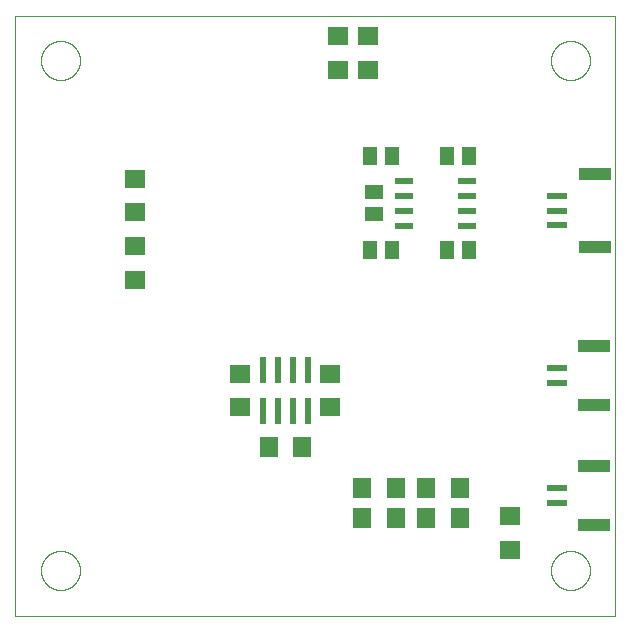
<source format=gtp>
G75*
%MOIN*%
%OFA0B0*%
%FSLAX25Y25*%
%IPPOS*%
%LPD*%
%AMOC8*
5,1,8,0,0,1.08239X$1,22.5*
%
%ADD10C,0.00300*%
%ADD11R,0.01969X0.08661*%
%ADD12R,0.07098X0.06299*%
%ADD13R,0.06299X0.07098*%
%ADD14R,0.06299X0.07087*%
%ADD15R,0.07087X0.06299*%
%ADD16C,0.00000*%
%ADD17R,0.05118X0.05906*%
%ADD18R,0.06000X0.02400*%
%ADD19R,0.05906X0.05118*%
%ADD20R,0.06693X0.02362*%
%ADD21R,0.10630X0.03937*%
D10*
X0270000Y0430000D02*
X0270000Y0630000D01*
X0470000Y0630000D01*
X0470000Y0430000D01*
X0270000Y0430000D01*
D11*
X0352618Y0498307D03*
X0357539Y0498307D03*
X0362461Y0498307D03*
X0367382Y0498307D03*
X0367382Y0511693D03*
X0362461Y0511693D03*
X0357539Y0511693D03*
X0352618Y0511693D03*
D12*
X0310000Y0541902D03*
X0310000Y0553098D03*
X0310000Y0564402D03*
X0310000Y0575598D03*
X0377500Y0611902D03*
X0387500Y0611902D03*
X0387500Y0623098D03*
X0377500Y0623098D03*
X0435000Y0463098D03*
X0435000Y0451902D03*
D13*
X0418098Y0462500D03*
X0418098Y0472500D03*
X0406902Y0472500D03*
X0406902Y0462500D03*
X0396848Y0462500D03*
X0396848Y0472500D03*
X0385652Y0472500D03*
X0385652Y0462500D03*
D14*
X0365512Y0486250D03*
X0354488Y0486250D03*
D15*
X0345000Y0499488D03*
X0345000Y0510512D03*
X0375000Y0510512D03*
X0375000Y0499488D03*
D16*
X0448500Y0445000D02*
X0448502Y0445161D01*
X0448508Y0445321D01*
X0448518Y0445482D01*
X0448532Y0445642D01*
X0448550Y0445802D01*
X0448571Y0445961D01*
X0448597Y0446120D01*
X0448627Y0446278D01*
X0448660Y0446435D01*
X0448698Y0446592D01*
X0448739Y0446747D01*
X0448784Y0446901D01*
X0448833Y0447054D01*
X0448886Y0447206D01*
X0448942Y0447357D01*
X0449003Y0447506D01*
X0449066Y0447654D01*
X0449134Y0447800D01*
X0449205Y0447944D01*
X0449279Y0448086D01*
X0449357Y0448227D01*
X0449439Y0448365D01*
X0449524Y0448502D01*
X0449612Y0448636D01*
X0449704Y0448768D01*
X0449799Y0448898D01*
X0449897Y0449026D01*
X0449998Y0449151D01*
X0450102Y0449273D01*
X0450209Y0449393D01*
X0450319Y0449510D01*
X0450432Y0449625D01*
X0450548Y0449736D01*
X0450667Y0449845D01*
X0450788Y0449950D01*
X0450912Y0450053D01*
X0451038Y0450153D01*
X0451166Y0450249D01*
X0451297Y0450342D01*
X0451431Y0450432D01*
X0451566Y0450519D01*
X0451704Y0450602D01*
X0451843Y0450682D01*
X0451985Y0450758D01*
X0452128Y0450831D01*
X0452273Y0450900D01*
X0452420Y0450966D01*
X0452568Y0451028D01*
X0452718Y0451086D01*
X0452869Y0451141D01*
X0453022Y0451192D01*
X0453176Y0451239D01*
X0453331Y0451282D01*
X0453487Y0451321D01*
X0453643Y0451357D01*
X0453801Y0451388D01*
X0453959Y0451416D01*
X0454118Y0451440D01*
X0454278Y0451460D01*
X0454438Y0451476D01*
X0454598Y0451488D01*
X0454759Y0451496D01*
X0454920Y0451500D01*
X0455080Y0451500D01*
X0455241Y0451496D01*
X0455402Y0451488D01*
X0455562Y0451476D01*
X0455722Y0451460D01*
X0455882Y0451440D01*
X0456041Y0451416D01*
X0456199Y0451388D01*
X0456357Y0451357D01*
X0456513Y0451321D01*
X0456669Y0451282D01*
X0456824Y0451239D01*
X0456978Y0451192D01*
X0457131Y0451141D01*
X0457282Y0451086D01*
X0457432Y0451028D01*
X0457580Y0450966D01*
X0457727Y0450900D01*
X0457872Y0450831D01*
X0458015Y0450758D01*
X0458157Y0450682D01*
X0458296Y0450602D01*
X0458434Y0450519D01*
X0458569Y0450432D01*
X0458703Y0450342D01*
X0458834Y0450249D01*
X0458962Y0450153D01*
X0459088Y0450053D01*
X0459212Y0449950D01*
X0459333Y0449845D01*
X0459452Y0449736D01*
X0459568Y0449625D01*
X0459681Y0449510D01*
X0459791Y0449393D01*
X0459898Y0449273D01*
X0460002Y0449151D01*
X0460103Y0449026D01*
X0460201Y0448898D01*
X0460296Y0448768D01*
X0460388Y0448636D01*
X0460476Y0448502D01*
X0460561Y0448365D01*
X0460643Y0448227D01*
X0460721Y0448086D01*
X0460795Y0447944D01*
X0460866Y0447800D01*
X0460934Y0447654D01*
X0460997Y0447506D01*
X0461058Y0447357D01*
X0461114Y0447206D01*
X0461167Y0447054D01*
X0461216Y0446901D01*
X0461261Y0446747D01*
X0461302Y0446592D01*
X0461340Y0446435D01*
X0461373Y0446278D01*
X0461403Y0446120D01*
X0461429Y0445961D01*
X0461450Y0445802D01*
X0461468Y0445642D01*
X0461482Y0445482D01*
X0461492Y0445321D01*
X0461498Y0445161D01*
X0461500Y0445000D01*
X0461498Y0444839D01*
X0461492Y0444679D01*
X0461482Y0444518D01*
X0461468Y0444358D01*
X0461450Y0444198D01*
X0461429Y0444039D01*
X0461403Y0443880D01*
X0461373Y0443722D01*
X0461340Y0443565D01*
X0461302Y0443408D01*
X0461261Y0443253D01*
X0461216Y0443099D01*
X0461167Y0442946D01*
X0461114Y0442794D01*
X0461058Y0442643D01*
X0460997Y0442494D01*
X0460934Y0442346D01*
X0460866Y0442200D01*
X0460795Y0442056D01*
X0460721Y0441914D01*
X0460643Y0441773D01*
X0460561Y0441635D01*
X0460476Y0441498D01*
X0460388Y0441364D01*
X0460296Y0441232D01*
X0460201Y0441102D01*
X0460103Y0440974D01*
X0460002Y0440849D01*
X0459898Y0440727D01*
X0459791Y0440607D01*
X0459681Y0440490D01*
X0459568Y0440375D01*
X0459452Y0440264D01*
X0459333Y0440155D01*
X0459212Y0440050D01*
X0459088Y0439947D01*
X0458962Y0439847D01*
X0458834Y0439751D01*
X0458703Y0439658D01*
X0458569Y0439568D01*
X0458434Y0439481D01*
X0458296Y0439398D01*
X0458157Y0439318D01*
X0458015Y0439242D01*
X0457872Y0439169D01*
X0457727Y0439100D01*
X0457580Y0439034D01*
X0457432Y0438972D01*
X0457282Y0438914D01*
X0457131Y0438859D01*
X0456978Y0438808D01*
X0456824Y0438761D01*
X0456669Y0438718D01*
X0456513Y0438679D01*
X0456357Y0438643D01*
X0456199Y0438612D01*
X0456041Y0438584D01*
X0455882Y0438560D01*
X0455722Y0438540D01*
X0455562Y0438524D01*
X0455402Y0438512D01*
X0455241Y0438504D01*
X0455080Y0438500D01*
X0454920Y0438500D01*
X0454759Y0438504D01*
X0454598Y0438512D01*
X0454438Y0438524D01*
X0454278Y0438540D01*
X0454118Y0438560D01*
X0453959Y0438584D01*
X0453801Y0438612D01*
X0453643Y0438643D01*
X0453487Y0438679D01*
X0453331Y0438718D01*
X0453176Y0438761D01*
X0453022Y0438808D01*
X0452869Y0438859D01*
X0452718Y0438914D01*
X0452568Y0438972D01*
X0452420Y0439034D01*
X0452273Y0439100D01*
X0452128Y0439169D01*
X0451985Y0439242D01*
X0451843Y0439318D01*
X0451704Y0439398D01*
X0451566Y0439481D01*
X0451431Y0439568D01*
X0451297Y0439658D01*
X0451166Y0439751D01*
X0451038Y0439847D01*
X0450912Y0439947D01*
X0450788Y0440050D01*
X0450667Y0440155D01*
X0450548Y0440264D01*
X0450432Y0440375D01*
X0450319Y0440490D01*
X0450209Y0440607D01*
X0450102Y0440727D01*
X0449998Y0440849D01*
X0449897Y0440974D01*
X0449799Y0441102D01*
X0449704Y0441232D01*
X0449612Y0441364D01*
X0449524Y0441498D01*
X0449439Y0441635D01*
X0449357Y0441773D01*
X0449279Y0441914D01*
X0449205Y0442056D01*
X0449134Y0442200D01*
X0449066Y0442346D01*
X0449003Y0442494D01*
X0448942Y0442643D01*
X0448886Y0442794D01*
X0448833Y0442946D01*
X0448784Y0443099D01*
X0448739Y0443253D01*
X0448698Y0443408D01*
X0448660Y0443565D01*
X0448627Y0443722D01*
X0448597Y0443880D01*
X0448571Y0444039D01*
X0448550Y0444198D01*
X0448532Y0444358D01*
X0448518Y0444518D01*
X0448508Y0444679D01*
X0448502Y0444839D01*
X0448500Y0445000D01*
X0448500Y0615000D02*
X0448502Y0615161D01*
X0448508Y0615321D01*
X0448518Y0615482D01*
X0448532Y0615642D01*
X0448550Y0615802D01*
X0448571Y0615961D01*
X0448597Y0616120D01*
X0448627Y0616278D01*
X0448660Y0616435D01*
X0448698Y0616592D01*
X0448739Y0616747D01*
X0448784Y0616901D01*
X0448833Y0617054D01*
X0448886Y0617206D01*
X0448942Y0617357D01*
X0449003Y0617506D01*
X0449066Y0617654D01*
X0449134Y0617800D01*
X0449205Y0617944D01*
X0449279Y0618086D01*
X0449357Y0618227D01*
X0449439Y0618365D01*
X0449524Y0618502D01*
X0449612Y0618636D01*
X0449704Y0618768D01*
X0449799Y0618898D01*
X0449897Y0619026D01*
X0449998Y0619151D01*
X0450102Y0619273D01*
X0450209Y0619393D01*
X0450319Y0619510D01*
X0450432Y0619625D01*
X0450548Y0619736D01*
X0450667Y0619845D01*
X0450788Y0619950D01*
X0450912Y0620053D01*
X0451038Y0620153D01*
X0451166Y0620249D01*
X0451297Y0620342D01*
X0451431Y0620432D01*
X0451566Y0620519D01*
X0451704Y0620602D01*
X0451843Y0620682D01*
X0451985Y0620758D01*
X0452128Y0620831D01*
X0452273Y0620900D01*
X0452420Y0620966D01*
X0452568Y0621028D01*
X0452718Y0621086D01*
X0452869Y0621141D01*
X0453022Y0621192D01*
X0453176Y0621239D01*
X0453331Y0621282D01*
X0453487Y0621321D01*
X0453643Y0621357D01*
X0453801Y0621388D01*
X0453959Y0621416D01*
X0454118Y0621440D01*
X0454278Y0621460D01*
X0454438Y0621476D01*
X0454598Y0621488D01*
X0454759Y0621496D01*
X0454920Y0621500D01*
X0455080Y0621500D01*
X0455241Y0621496D01*
X0455402Y0621488D01*
X0455562Y0621476D01*
X0455722Y0621460D01*
X0455882Y0621440D01*
X0456041Y0621416D01*
X0456199Y0621388D01*
X0456357Y0621357D01*
X0456513Y0621321D01*
X0456669Y0621282D01*
X0456824Y0621239D01*
X0456978Y0621192D01*
X0457131Y0621141D01*
X0457282Y0621086D01*
X0457432Y0621028D01*
X0457580Y0620966D01*
X0457727Y0620900D01*
X0457872Y0620831D01*
X0458015Y0620758D01*
X0458157Y0620682D01*
X0458296Y0620602D01*
X0458434Y0620519D01*
X0458569Y0620432D01*
X0458703Y0620342D01*
X0458834Y0620249D01*
X0458962Y0620153D01*
X0459088Y0620053D01*
X0459212Y0619950D01*
X0459333Y0619845D01*
X0459452Y0619736D01*
X0459568Y0619625D01*
X0459681Y0619510D01*
X0459791Y0619393D01*
X0459898Y0619273D01*
X0460002Y0619151D01*
X0460103Y0619026D01*
X0460201Y0618898D01*
X0460296Y0618768D01*
X0460388Y0618636D01*
X0460476Y0618502D01*
X0460561Y0618365D01*
X0460643Y0618227D01*
X0460721Y0618086D01*
X0460795Y0617944D01*
X0460866Y0617800D01*
X0460934Y0617654D01*
X0460997Y0617506D01*
X0461058Y0617357D01*
X0461114Y0617206D01*
X0461167Y0617054D01*
X0461216Y0616901D01*
X0461261Y0616747D01*
X0461302Y0616592D01*
X0461340Y0616435D01*
X0461373Y0616278D01*
X0461403Y0616120D01*
X0461429Y0615961D01*
X0461450Y0615802D01*
X0461468Y0615642D01*
X0461482Y0615482D01*
X0461492Y0615321D01*
X0461498Y0615161D01*
X0461500Y0615000D01*
X0461498Y0614839D01*
X0461492Y0614679D01*
X0461482Y0614518D01*
X0461468Y0614358D01*
X0461450Y0614198D01*
X0461429Y0614039D01*
X0461403Y0613880D01*
X0461373Y0613722D01*
X0461340Y0613565D01*
X0461302Y0613408D01*
X0461261Y0613253D01*
X0461216Y0613099D01*
X0461167Y0612946D01*
X0461114Y0612794D01*
X0461058Y0612643D01*
X0460997Y0612494D01*
X0460934Y0612346D01*
X0460866Y0612200D01*
X0460795Y0612056D01*
X0460721Y0611914D01*
X0460643Y0611773D01*
X0460561Y0611635D01*
X0460476Y0611498D01*
X0460388Y0611364D01*
X0460296Y0611232D01*
X0460201Y0611102D01*
X0460103Y0610974D01*
X0460002Y0610849D01*
X0459898Y0610727D01*
X0459791Y0610607D01*
X0459681Y0610490D01*
X0459568Y0610375D01*
X0459452Y0610264D01*
X0459333Y0610155D01*
X0459212Y0610050D01*
X0459088Y0609947D01*
X0458962Y0609847D01*
X0458834Y0609751D01*
X0458703Y0609658D01*
X0458569Y0609568D01*
X0458434Y0609481D01*
X0458296Y0609398D01*
X0458157Y0609318D01*
X0458015Y0609242D01*
X0457872Y0609169D01*
X0457727Y0609100D01*
X0457580Y0609034D01*
X0457432Y0608972D01*
X0457282Y0608914D01*
X0457131Y0608859D01*
X0456978Y0608808D01*
X0456824Y0608761D01*
X0456669Y0608718D01*
X0456513Y0608679D01*
X0456357Y0608643D01*
X0456199Y0608612D01*
X0456041Y0608584D01*
X0455882Y0608560D01*
X0455722Y0608540D01*
X0455562Y0608524D01*
X0455402Y0608512D01*
X0455241Y0608504D01*
X0455080Y0608500D01*
X0454920Y0608500D01*
X0454759Y0608504D01*
X0454598Y0608512D01*
X0454438Y0608524D01*
X0454278Y0608540D01*
X0454118Y0608560D01*
X0453959Y0608584D01*
X0453801Y0608612D01*
X0453643Y0608643D01*
X0453487Y0608679D01*
X0453331Y0608718D01*
X0453176Y0608761D01*
X0453022Y0608808D01*
X0452869Y0608859D01*
X0452718Y0608914D01*
X0452568Y0608972D01*
X0452420Y0609034D01*
X0452273Y0609100D01*
X0452128Y0609169D01*
X0451985Y0609242D01*
X0451843Y0609318D01*
X0451704Y0609398D01*
X0451566Y0609481D01*
X0451431Y0609568D01*
X0451297Y0609658D01*
X0451166Y0609751D01*
X0451038Y0609847D01*
X0450912Y0609947D01*
X0450788Y0610050D01*
X0450667Y0610155D01*
X0450548Y0610264D01*
X0450432Y0610375D01*
X0450319Y0610490D01*
X0450209Y0610607D01*
X0450102Y0610727D01*
X0449998Y0610849D01*
X0449897Y0610974D01*
X0449799Y0611102D01*
X0449704Y0611232D01*
X0449612Y0611364D01*
X0449524Y0611498D01*
X0449439Y0611635D01*
X0449357Y0611773D01*
X0449279Y0611914D01*
X0449205Y0612056D01*
X0449134Y0612200D01*
X0449066Y0612346D01*
X0449003Y0612494D01*
X0448942Y0612643D01*
X0448886Y0612794D01*
X0448833Y0612946D01*
X0448784Y0613099D01*
X0448739Y0613253D01*
X0448698Y0613408D01*
X0448660Y0613565D01*
X0448627Y0613722D01*
X0448597Y0613880D01*
X0448571Y0614039D01*
X0448550Y0614198D01*
X0448532Y0614358D01*
X0448518Y0614518D01*
X0448508Y0614679D01*
X0448502Y0614839D01*
X0448500Y0615000D01*
X0278500Y0615000D02*
X0278502Y0615161D01*
X0278508Y0615321D01*
X0278518Y0615482D01*
X0278532Y0615642D01*
X0278550Y0615802D01*
X0278571Y0615961D01*
X0278597Y0616120D01*
X0278627Y0616278D01*
X0278660Y0616435D01*
X0278698Y0616592D01*
X0278739Y0616747D01*
X0278784Y0616901D01*
X0278833Y0617054D01*
X0278886Y0617206D01*
X0278942Y0617357D01*
X0279003Y0617506D01*
X0279066Y0617654D01*
X0279134Y0617800D01*
X0279205Y0617944D01*
X0279279Y0618086D01*
X0279357Y0618227D01*
X0279439Y0618365D01*
X0279524Y0618502D01*
X0279612Y0618636D01*
X0279704Y0618768D01*
X0279799Y0618898D01*
X0279897Y0619026D01*
X0279998Y0619151D01*
X0280102Y0619273D01*
X0280209Y0619393D01*
X0280319Y0619510D01*
X0280432Y0619625D01*
X0280548Y0619736D01*
X0280667Y0619845D01*
X0280788Y0619950D01*
X0280912Y0620053D01*
X0281038Y0620153D01*
X0281166Y0620249D01*
X0281297Y0620342D01*
X0281431Y0620432D01*
X0281566Y0620519D01*
X0281704Y0620602D01*
X0281843Y0620682D01*
X0281985Y0620758D01*
X0282128Y0620831D01*
X0282273Y0620900D01*
X0282420Y0620966D01*
X0282568Y0621028D01*
X0282718Y0621086D01*
X0282869Y0621141D01*
X0283022Y0621192D01*
X0283176Y0621239D01*
X0283331Y0621282D01*
X0283487Y0621321D01*
X0283643Y0621357D01*
X0283801Y0621388D01*
X0283959Y0621416D01*
X0284118Y0621440D01*
X0284278Y0621460D01*
X0284438Y0621476D01*
X0284598Y0621488D01*
X0284759Y0621496D01*
X0284920Y0621500D01*
X0285080Y0621500D01*
X0285241Y0621496D01*
X0285402Y0621488D01*
X0285562Y0621476D01*
X0285722Y0621460D01*
X0285882Y0621440D01*
X0286041Y0621416D01*
X0286199Y0621388D01*
X0286357Y0621357D01*
X0286513Y0621321D01*
X0286669Y0621282D01*
X0286824Y0621239D01*
X0286978Y0621192D01*
X0287131Y0621141D01*
X0287282Y0621086D01*
X0287432Y0621028D01*
X0287580Y0620966D01*
X0287727Y0620900D01*
X0287872Y0620831D01*
X0288015Y0620758D01*
X0288157Y0620682D01*
X0288296Y0620602D01*
X0288434Y0620519D01*
X0288569Y0620432D01*
X0288703Y0620342D01*
X0288834Y0620249D01*
X0288962Y0620153D01*
X0289088Y0620053D01*
X0289212Y0619950D01*
X0289333Y0619845D01*
X0289452Y0619736D01*
X0289568Y0619625D01*
X0289681Y0619510D01*
X0289791Y0619393D01*
X0289898Y0619273D01*
X0290002Y0619151D01*
X0290103Y0619026D01*
X0290201Y0618898D01*
X0290296Y0618768D01*
X0290388Y0618636D01*
X0290476Y0618502D01*
X0290561Y0618365D01*
X0290643Y0618227D01*
X0290721Y0618086D01*
X0290795Y0617944D01*
X0290866Y0617800D01*
X0290934Y0617654D01*
X0290997Y0617506D01*
X0291058Y0617357D01*
X0291114Y0617206D01*
X0291167Y0617054D01*
X0291216Y0616901D01*
X0291261Y0616747D01*
X0291302Y0616592D01*
X0291340Y0616435D01*
X0291373Y0616278D01*
X0291403Y0616120D01*
X0291429Y0615961D01*
X0291450Y0615802D01*
X0291468Y0615642D01*
X0291482Y0615482D01*
X0291492Y0615321D01*
X0291498Y0615161D01*
X0291500Y0615000D01*
X0291498Y0614839D01*
X0291492Y0614679D01*
X0291482Y0614518D01*
X0291468Y0614358D01*
X0291450Y0614198D01*
X0291429Y0614039D01*
X0291403Y0613880D01*
X0291373Y0613722D01*
X0291340Y0613565D01*
X0291302Y0613408D01*
X0291261Y0613253D01*
X0291216Y0613099D01*
X0291167Y0612946D01*
X0291114Y0612794D01*
X0291058Y0612643D01*
X0290997Y0612494D01*
X0290934Y0612346D01*
X0290866Y0612200D01*
X0290795Y0612056D01*
X0290721Y0611914D01*
X0290643Y0611773D01*
X0290561Y0611635D01*
X0290476Y0611498D01*
X0290388Y0611364D01*
X0290296Y0611232D01*
X0290201Y0611102D01*
X0290103Y0610974D01*
X0290002Y0610849D01*
X0289898Y0610727D01*
X0289791Y0610607D01*
X0289681Y0610490D01*
X0289568Y0610375D01*
X0289452Y0610264D01*
X0289333Y0610155D01*
X0289212Y0610050D01*
X0289088Y0609947D01*
X0288962Y0609847D01*
X0288834Y0609751D01*
X0288703Y0609658D01*
X0288569Y0609568D01*
X0288434Y0609481D01*
X0288296Y0609398D01*
X0288157Y0609318D01*
X0288015Y0609242D01*
X0287872Y0609169D01*
X0287727Y0609100D01*
X0287580Y0609034D01*
X0287432Y0608972D01*
X0287282Y0608914D01*
X0287131Y0608859D01*
X0286978Y0608808D01*
X0286824Y0608761D01*
X0286669Y0608718D01*
X0286513Y0608679D01*
X0286357Y0608643D01*
X0286199Y0608612D01*
X0286041Y0608584D01*
X0285882Y0608560D01*
X0285722Y0608540D01*
X0285562Y0608524D01*
X0285402Y0608512D01*
X0285241Y0608504D01*
X0285080Y0608500D01*
X0284920Y0608500D01*
X0284759Y0608504D01*
X0284598Y0608512D01*
X0284438Y0608524D01*
X0284278Y0608540D01*
X0284118Y0608560D01*
X0283959Y0608584D01*
X0283801Y0608612D01*
X0283643Y0608643D01*
X0283487Y0608679D01*
X0283331Y0608718D01*
X0283176Y0608761D01*
X0283022Y0608808D01*
X0282869Y0608859D01*
X0282718Y0608914D01*
X0282568Y0608972D01*
X0282420Y0609034D01*
X0282273Y0609100D01*
X0282128Y0609169D01*
X0281985Y0609242D01*
X0281843Y0609318D01*
X0281704Y0609398D01*
X0281566Y0609481D01*
X0281431Y0609568D01*
X0281297Y0609658D01*
X0281166Y0609751D01*
X0281038Y0609847D01*
X0280912Y0609947D01*
X0280788Y0610050D01*
X0280667Y0610155D01*
X0280548Y0610264D01*
X0280432Y0610375D01*
X0280319Y0610490D01*
X0280209Y0610607D01*
X0280102Y0610727D01*
X0279998Y0610849D01*
X0279897Y0610974D01*
X0279799Y0611102D01*
X0279704Y0611232D01*
X0279612Y0611364D01*
X0279524Y0611498D01*
X0279439Y0611635D01*
X0279357Y0611773D01*
X0279279Y0611914D01*
X0279205Y0612056D01*
X0279134Y0612200D01*
X0279066Y0612346D01*
X0279003Y0612494D01*
X0278942Y0612643D01*
X0278886Y0612794D01*
X0278833Y0612946D01*
X0278784Y0613099D01*
X0278739Y0613253D01*
X0278698Y0613408D01*
X0278660Y0613565D01*
X0278627Y0613722D01*
X0278597Y0613880D01*
X0278571Y0614039D01*
X0278550Y0614198D01*
X0278532Y0614358D01*
X0278518Y0614518D01*
X0278508Y0614679D01*
X0278502Y0614839D01*
X0278500Y0615000D01*
X0278500Y0445000D02*
X0278502Y0445161D01*
X0278508Y0445321D01*
X0278518Y0445482D01*
X0278532Y0445642D01*
X0278550Y0445802D01*
X0278571Y0445961D01*
X0278597Y0446120D01*
X0278627Y0446278D01*
X0278660Y0446435D01*
X0278698Y0446592D01*
X0278739Y0446747D01*
X0278784Y0446901D01*
X0278833Y0447054D01*
X0278886Y0447206D01*
X0278942Y0447357D01*
X0279003Y0447506D01*
X0279066Y0447654D01*
X0279134Y0447800D01*
X0279205Y0447944D01*
X0279279Y0448086D01*
X0279357Y0448227D01*
X0279439Y0448365D01*
X0279524Y0448502D01*
X0279612Y0448636D01*
X0279704Y0448768D01*
X0279799Y0448898D01*
X0279897Y0449026D01*
X0279998Y0449151D01*
X0280102Y0449273D01*
X0280209Y0449393D01*
X0280319Y0449510D01*
X0280432Y0449625D01*
X0280548Y0449736D01*
X0280667Y0449845D01*
X0280788Y0449950D01*
X0280912Y0450053D01*
X0281038Y0450153D01*
X0281166Y0450249D01*
X0281297Y0450342D01*
X0281431Y0450432D01*
X0281566Y0450519D01*
X0281704Y0450602D01*
X0281843Y0450682D01*
X0281985Y0450758D01*
X0282128Y0450831D01*
X0282273Y0450900D01*
X0282420Y0450966D01*
X0282568Y0451028D01*
X0282718Y0451086D01*
X0282869Y0451141D01*
X0283022Y0451192D01*
X0283176Y0451239D01*
X0283331Y0451282D01*
X0283487Y0451321D01*
X0283643Y0451357D01*
X0283801Y0451388D01*
X0283959Y0451416D01*
X0284118Y0451440D01*
X0284278Y0451460D01*
X0284438Y0451476D01*
X0284598Y0451488D01*
X0284759Y0451496D01*
X0284920Y0451500D01*
X0285080Y0451500D01*
X0285241Y0451496D01*
X0285402Y0451488D01*
X0285562Y0451476D01*
X0285722Y0451460D01*
X0285882Y0451440D01*
X0286041Y0451416D01*
X0286199Y0451388D01*
X0286357Y0451357D01*
X0286513Y0451321D01*
X0286669Y0451282D01*
X0286824Y0451239D01*
X0286978Y0451192D01*
X0287131Y0451141D01*
X0287282Y0451086D01*
X0287432Y0451028D01*
X0287580Y0450966D01*
X0287727Y0450900D01*
X0287872Y0450831D01*
X0288015Y0450758D01*
X0288157Y0450682D01*
X0288296Y0450602D01*
X0288434Y0450519D01*
X0288569Y0450432D01*
X0288703Y0450342D01*
X0288834Y0450249D01*
X0288962Y0450153D01*
X0289088Y0450053D01*
X0289212Y0449950D01*
X0289333Y0449845D01*
X0289452Y0449736D01*
X0289568Y0449625D01*
X0289681Y0449510D01*
X0289791Y0449393D01*
X0289898Y0449273D01*
X0290002Y0449151D01*
X0290103Y0449026D01*
X0290201Y0448898D01*
X0290296Y0448768D01*
X0290388Y0448636D01*
X0290476Y0448502D01*
X0290561Y0448365D01*
X0290643Y0448227D01*
X0290721Y0448086D01*
X0290795Y0447944D01*
X0290866Y0447800D01*
X0290934Y0447654D01*
X0290997Y0447506D01*
X0291058Y0447357D01*
X0291114Y0447206D01*
X0291167Y0447054D01*
X0291216Y0446901D01*
X0291261Y0446747D01*
X0291302Y0446592D01*
X0291340Y0446435D01*
X0291373Y0446278D01*
X0291403Y0446120D01*
X0291429Y0445961D01*
X0291450Y0445802D01*
X0291468Y0445642D01*
X0291482Y0445482D01*
X0291492Y0445321D01*
X0291498Y0445161D01*
X0291500Y0445000D01*
X0291498Y0444839D01*
X0291492Y0444679D01*
X0291482Y0444518D01*
X0291468Y0444358D01*
X0291450Y0444198D01*
X0291429Y0444039D01*
X0291403Y0443880D01*
X0291373Y0443722D01*
X0291340Y0443565D01*
X0291302Y0443408D01*
X0291261Y0443253D01*
X0291216Y0443099D01*
X0291167Y0442946D01*
X0291114Y0442794D01*
X0291058Y0442643D01*
X0290997Y0442494D01*
X0290934Y0442346D01*
X0290866Y0442200D01*
X0290795Y0442056D01*
X0290721Y0441914D01*
X0290643Y0441773D01*
X0290561Y0441635D01*
X0290476Y0441498D01*
X0290388Y0441364D01*
X0290296Y0441232D01*
X0290201Y0441102D01*
X0290103Y0440974D01*
X0290002Y0440849D01*
X0289898Y0440727D01*
X0289791Y0440607D01*
X0289681Y0440490D01*
X0289568Y0440375D01*
X0289452Y0440264D01*
X0289333Y0440155D01*
X0289212Y0440050D01*
X0289088Y0439947D01*
X0288962Y0439847D01*
X0288834Y0439751D01*
X0288703Y0439658D01*
X0288569Y0439568D01*
X0288434Y0439481D01*
X0288296Y0439398D01*
X0288157Y0439318D01*
X0288015Y0439242D01*
X0287872Y0439169D01*
X0287727Y0439100D01*
X0287580Y0439034D01*
X0287432Y0438972D01*
X0287282Y0438914D01*
X0287131Y0438859D01*
X0286978Y0438808D01*
X0286824Y0438761D01*
X0286669Y0438718D01*
X0286513Y0438679D01*
X0286357Y0438643D01*
X0286199Y0438612D01*
X0286041Y0438584D01*
X0285882Y0438560D01*
X0285722Y0438540D01*
X0285562Y0438524D01*
X0285402Y0438512D01*
X0285241Y0438504D01*
X0285080Y0438500D01*
X0284920Y0438500D01*
X0284759Y0438504D01*
X0284598Y0438512D01*
X0284438Y0438524D01*
X0284278Y0438540D01*
X0284118Y0438560D01*
X0283959Y0438584D01*
X0283801Y0438612D01*
X0283643Y0438643D01*
X0283487Y0438679D01*
X0283331Y0438718D01*
X0283176Y0438761D01*
X0283022Y0438808D01*
X0282869Y0438859D01*
X0282718Y0438914D01*
X0282568Y0438972D01*
X0282420Y0439034D01*
X0282273Y0439100D01*
X0282128Y0439169D01*
X0281985Y0439242D01*
X0281843Y0439318D01*
X0281704Y0439398D01*
X0281566Y0439481D01*
X0281431Y0439568D01*
X0281297Y0439658D01*
X0281166Y0439751D01*
X0281038Y0439847D01*
X0280912Y0439947D01*
X0280788Y0440050D01*
X0280667Y0440155D01*
X0280548Y0440264D01*
X0280432Y0440375D01*
X0280319Y0440490D01*
X0280209Y0440607D01*
X0280102Y0440727D01*
X0279998Y0440849D01*
X0279897Y0440974D01*
X0279799Y0441102D01*
X0279704Y0441232D01*
X0279612Y0441364D01*
X0279524Y0441498D01*
X0279439Y0441635D01*
X0279357Y0441773D01*
X0279279Y0441914D01*
X0279205Y0442056D01*
X0279134Y0442200D01*
X0279066Y0442346D01*
X0279003Y0442494D01*
X0278942Y0442643D01*
X0278886Y0442794D01*
X0278833Y0442946D01*
X0278784Y0443099D01*
X0278739Y0443253D01*
X0278698Y0443408D01*
X0278660Y0443565D01*
X0278627Y0443722D01*
X0278597Y0443880D01*
X0278571Y0444039D01*
X0278550Y0444198D01*
X0278532Y0444358D01*
X0278518Y0444518D01*
X0278508Y0444679D01*
X0278502Y0444839D01*
X0278500Y0445000D01*
D17*
X0388135Y0551875D03*
X0395615Y0551875D03*
X0413760Y0551875D03*
X0421240Y0551875D03*
X0421240Y0583125D03*
X0413760Y0583125D03*
X0395615Y0583125D03*
X0388135Y0583125D03*
D18*
X0399400Y0575000D03*
X0399400Y0570000D03*
X0399400Y0565000D03*
X0399400Y0560000D03*
X0420600Y0560000D03*
X0420600Y0565000D03*
X0420600Y0570000D03*
X0420600Y0575000D03*
D19*
X0389375Y0571240D03*
X0389375Y0563760D03*
D20*
X0450529Y0565000D03*
X0450529Y0569921D03*
X0450529Y0560079D03*
X0450404Y0512461D03*
X0450404Y0507539D03*
X0450404Y0472461D03*
X0450404Y0467539D03*
D21*
X0463002Y0460256D03*
X0463002Y0479744D03*
X0463002Y0500256D03*
X0463002Y0519744D03*
X0463127Y0552795D03*
X0463127Y0577205D03*
M02*

</source>
